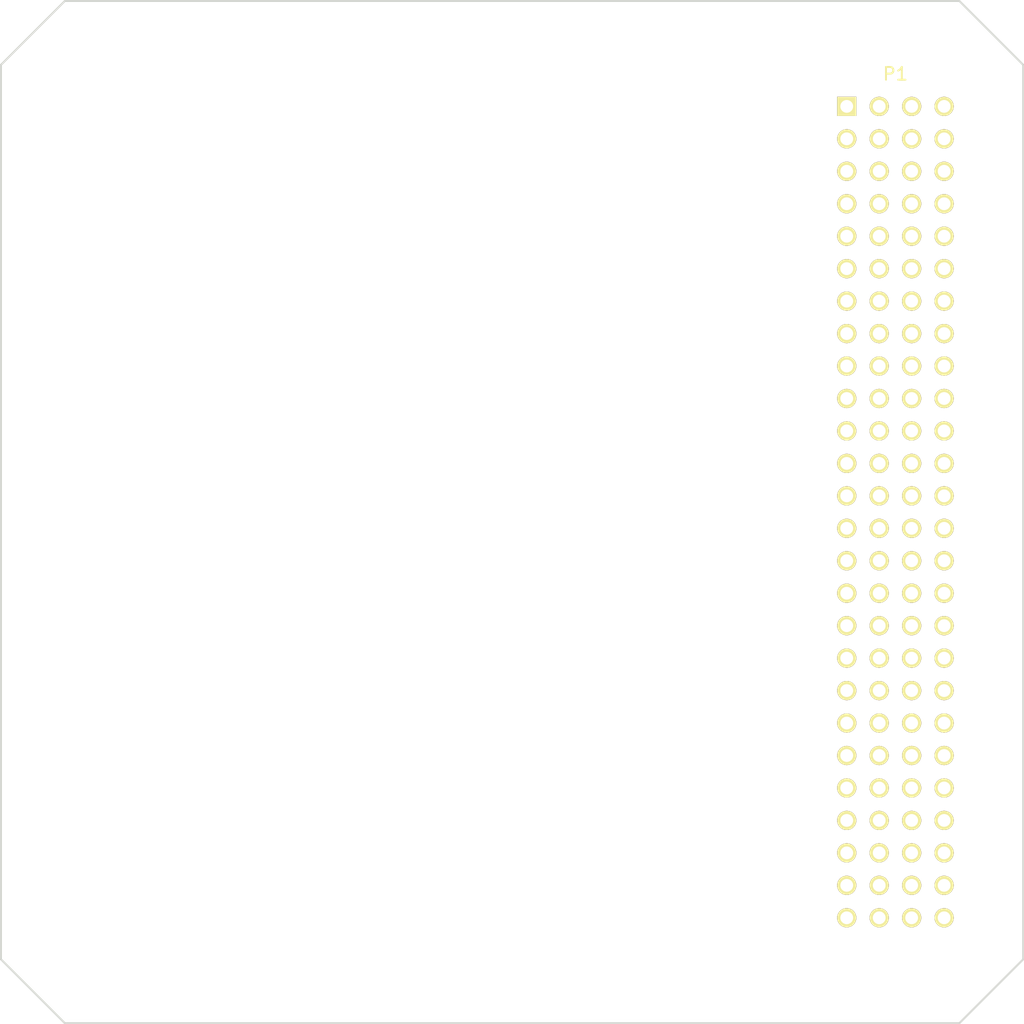
<source format=kicad_pcb>
(kicad_pcb (version 4) (host pcbnew 4.0.2-stable)

  (general
    (links 7)
    (no_connects 5)
    (area 49.924999 49.924999 130.075001 130.075001)
    (thickness 1.6)
    (drawings 8)
    (tracks 13)
    (zones 0)
    (modules 1)
    (nets 16)
  )

  (page A4)
  (layers
    (0 F.Cu signal)
    (1 GND signal)
    (2 Power signal)
    (31 B.Cu signal)
    (32 B.Adhes user)
    (33 F.Adhes user)
    (34 B.Paste user)
    (35 F.Paste user)
    (36 B.SilkS user)
    (37 F.SilkS user)
    (38 B.Mask user)
    (39 F.Mask user)
    (40 Dwgs.User user)
    (41 Cmts.User user)
    (42 Eco1.User user)
    (43 Eco2.User user)
    (44 Edge.Cuts user)
    (45 Margin user)
    (46 B.CrtYd user)
    (47 F.CrtYd user)
    (48 B.Fab user)
    (49 F.Fab user)
  )

  (setup
    (last_trace_width 0.25)
    (trace_clearance 0.2)
    (zone_clearance 0.508)
    (zone_45_only yes)
    (trace_min 0.204)
    (segment_width 0.2)
    (edge_width 0.15)
    (via_size 0.6)
    (via_drill 0.4)
    (via_min_size 0.4)
    (via_min_drill 0.3)
    (uvia_size 0.3)
    (uvia_drill 0.1)
    (uvias_allowed no)
    (uvia_min_size 0.2)
    (uvia_min_drill 0.1)
    (pcb_text_width 0.3)
    (pcb_text_size 1.5 1.5)
    (mod_edge_width 0.15)
    (mod_text_size 1 1)
    (mod_text_width 0.15)
    (pad_size 1.524 1.524)
    (pad_drill 0.762)
    (pad_to_mask_clearance 0.2)
    (aux_axis_origin 0 0)
    (grid_origin 50 50)
    (visible_elements FFFFFF7F)
    (pcbplotparams
      (layerselection 0x00030_80000001)
      (usegerberextensions false)
      (excludeedgelayer true)
      (linewidth 0.100000)
      (plotframeref false)
      (viasonmask false)
      (mode 1)
      (useauxorigin false)
      (hpglpennumber 1)
      (hpglpenspeed 20)
      (hpglpendiameter 15)
      (hpglpenoverlay 2)
      (psnegative false)
      (psa4output false)
      (plotreference true)
      (plotvalue true)
      (plotinvisibletext false)
      (padsonsilk false)
      (subtractmaskfromsilk false)
      (outputformat 1)
      (mirror false)
      (drillshape 1)
      (scaleselection 1)
      (outputdirectory ""))
  )

  (net 0 "")
  (net 1 +5V)
  (net 2 +3V3)
  (net 3 GND)
  (net 4 /VSYS)
  (net 5 /VCHRG)
  (net 6 /VSOLAR)
  (net 7 GNDA)
  (net 8 /VBAT8)
  (net 9 /VBAT4)
  (net 10 /VBAT7)
  (net 11 /VBAT3)
  (net 12 /VBAT6)
  (net 13 /VBAT2)
  (net 14 /VBAT5)
  (net 15 /VBAT1)

  (net_class Default "This is the default net class."
    (clearance 0.2)
    (trace_width 0.25)
    (via_dia 0.6)
    (via_drill 0.4)
    (uvia_dia 0.3)
    (uvia_drill 0.1)
  )

  (net_class Power ""
    (clearance 0.2)
    (trace_width 0.5)
    (via_dia 0.6)
    (via_drill 0.4)
    (uvia_dia 0.3)
    (uvia_drill 0.1)
    (add_net +3V3)
    (add_net +5V)
    (add_net /VBAT1)
    (add_net /VBAT2)
    (add_net /VBAT3)
    (add_net /VBAT4)
    (add_net /VBAT5)
    (add_net /VBAT6)
    (add_net /VBAT7)
    (add_net /VBAT8)
    (add_net /VCHRG)
    (add_net /VSOLAR)
    (add_net /VSYS)
    (add_net GND)
    (add_net GNDA)
  )

  (module PC104:PC104 (layer F.Cu) (tedit 56E4A578) (tstamp 56E4AB62)
    (at 120 90)
    (path /56E49DE7)
    (fp_text reference P1 (at 0 -34.29) (layer F.SilkS)
      (effects (font (size 1 1) (thickness 0.15)))
    )
    (fp_text value PC104 (at 0 33.914) (layer F.Fab)
      (effects (font (size 1 1) (thickness 0.15)))
    )
    (pad 1A thru_hole rect (at -3.81 -31.75) (size 1.5 1.5) (drill 1) (layers *.Cu *.Mask F.SilkS))
    (pad 1B thru_hole circle (at -1.27 -31.75) (size 1.5 1.5) (drill 1) (layers *.Cu *.Mask F.SilkS))
    (pad 2A thru_hole circle (at -3.81 -29.21) (size 1.5 1.5) (drill 1) (layers *.Cu *.Mask F.SilkS))
    (pad 2B thru_hole circle (at -1.27 -29.21) (size 1.5 1.5) (drill 1) (layers *.Cu *.Mask F.SilkS))
    (pad 3A thru_hole circle (at -3.81 -26.67) (size 1.5 1.5) (drill 1) (layers *.Cu *.Mask F.SilkS))
    (pad 3B thru_hole circle (at -1.27 -26.67) (size 1.5 1.5) (drill 1) (layers *.Cu *.Mask F.SilkS))
    (pad 4A thru_hole circle (at -3.81 -24.13) (size 1.5 1.5) (drill 1) (layers *.Cu *.Mask F.SilkS))
    (pad 4B thru_hole circle (at -1.27 -24.13) (size 1.5 1.5) (drill 1) (layers *.Cu *.Mask F.SilkS))
    (pad 5A thru_hole circle (at -3.81 -21.59) (size 1.5 1.5) (drill 1) (layers *.Cu *.Mask F.SilkS))
    (pad 5B thru_hole circle (at -1.27 -21.59) (size 1.5 1.5) (drill 1) (layers *.Cu *.Mask F.SilkS))
    (pad 6A thru_hole circle (at -3.81 -19.05) (size 1.5 1.5) (drill 1) (layers *.Cu *.Mask F.SilkS))
    (pad 6B thru_hole circle (at -1.27 -19.05) (size 1.5 1.5) (drill 1) (layers *.Cu *.Mask F.SilkS))
    (pad 7A thru_hole circle (at -3.81 -16.51) (size 1.5 1.5) (drill 1) (layers *.Cu *.Mask F.SilkS))
    (pad 7B thru_hole circle (at -1.27 -16.51) (size 1.5 1.5) (drill 1) (layers *.Cu *.Mask F.SilkS))
    (pad 8A thru_hole circle (at -3.81 -13.97) (size 1.5 1.5) (drill 1) (layers *.Cu *.Mask F.SilkS))
    (pad 8B thru_hole circle (at -1.27 -13.97) (size 1.5 1.5) (drill 1) (layers *.Cu *.Mask F.SilkS))
    (pad 9A thru_hole circle (at -3.81 -11.43) (size 1.5 1.5) (drill 1) (layers *.Cu *.Mask F.SilkS))
    (pad 9B thru_hole circle (at -1.27 -11.43) (size 1.5 1.5) (drill 1) (layers *.Cu *.Mask F.SilkS))
    (pad 10A thru_hole circle (at -3.81 -8.89) (size 1.5 1.5) (drill 1) (layers *.Cu *.Mask F.SilkS))
    (pad 10B thru_hole circle (at -1.27 -8.89) (size 1.5 1.5) (drill 1) (layers *.Cu *.Mask F.SilkS))
    (pad 11A thru_hole circle (at -3.81 -6.35) (size 1.5 1.5) (drill 1) (layers *.Cu *.Mask F.SilkS))
    (pad 11B thru_hole circle (at -1.27 -6.35) (size 1.5 1.5) (drill 1) (layers *.Cu *.Mask F.SilkS))
    (pad 12A thru_hole circle (at -3.81 -3.81) (size 1.5 1.5) (drill 1) (layers *.Cu *.Mask F.SilkS))
    (pad 12B thru_hole circle (at -1.27 -3.81) (size 1.5 1.5) (drill 1) (layers *.Cu *.Mask F.SilkS))
    (pad 13A thru_hole circle (at -3.81 -1.27) (size 1.5 1.5) (drill 1) (layers *.Cu *.Mask F.SilkS))
    (pad 13B thru_hole circle (at -1.27 -1.27) (size 1.5 1.5) (drill 1) (layers *.Cu *.Mask F.SilkS))
    (pad 14A thru_hole circle (at -3.81 1.27) (size 1.5 1.5) (drill 1) (layers *.Cu *.Mask F.SilkS))
    (pad 14B thru_hole circle (at -1.27 1.27) (size 1.5 1.5) (drill 1) (layers *.Cu *.Mask F.SilkS))
    (pad 15A thru_hole circle (at -3.81 3.81) (size 1.5 1.5) (drill 1) (layers *.Cu *.Mask F.SilkS))
    (pad 15B thru_hole circle (at -1.27 3.81) (size 1.5 1.5) (drill 1) (layers *.Cu *.Mask F.SilkS))
    (pad 16A thru_hole circle (at -3.81 6.35) (size 1.5 1.5) (drill 1) (layers *.Cu *.Mask F.SilkS))
    (pad 16B thru_hole circle (at -1.27 6.35) (size 1.5 1.5) (drill 1) (layers *.Cu *.Mask F.SilkS))
    (pad 17A thru_hole circle (at -3.81 8.89) (size 1.5 1.5) (drill 1) (layers *.Cu *.Mask F.SilkS))
    (pad 17B thru_hole circle (at -1.27 8.89) (size 1.5 1.5) (drill 1) (layers *.Cu *.Mask F.SilkS))
    (pad 18A thru_hole circle (at -3.81 11.43) (size 1.5 1.5) (drill 1) (layers *.Cu *.Mask F.SilkS))
    (pad 18B thru_hole circle (at -1.27 11.43) (size 1.5 1.5) (drill 1) (layers *.Cu *.Mask F.SilkS))
    (pad 19A thru_hole circle (at -3.81 13.97) (size 1.5 1.5) (drill 1) (layers *.Cu *.Mask F.SilkS))
    (pad 19B thru_hole circle (at -1.27 13.97) (size 1.5 1.5) (drill 1) (layers *.Cu *.Mask F.SilkS))
    (pad 20A thru_hole circle (at -3.81 16.51) (size 1.5 1.5) (drill 1) (layers *.Cu *.Mask F.SilkS))
    (pad 20B thru_hole circle (at -1.27 16.51) (size 1.5 1.5) (drill 1) (layers *.Cu *.Mask F.SilkS))
    (pad 21A thru_hole circle (at -3.81 19.05) (size 1.5 1.5) (drill 1) (layers *.Cu *.Mask F.SilkS))
    (pad 21B thru_hole circle (at -1.27 19.05) (size 1.5 1.5) (drill 1) (layers *.Cu *.Mask F.SilkS))
    (pad 22A thru_hole circle (at -3.81 21.59) (size 1.5 1.5) (drill 1) (layers *.Cu *.Mask F.SilkS))
    (pad 22B thru_hole circle (at -1.27 21.59) (size 1.5 1.5) (drill 1) (layers *.Cu *.Mask F.SilkS))
    (pad 23A thru_hole circle (at -3.81 24.13) (size 1.5 1.5) (drill 1) (layers *.Cu *.Mask F.SilkS))
    (pad 23B thru_hole circle (at -1.27 24.13) (size 1.5 1.5) (drill 1) (layers *.Cu *.Mask F.SilkS))
    (pad 24A thru_hole circle (at -3.81 26.67) (size 1.5 1.5) (drill 1) (layers *.Cu *.Mask F.SilkS))
    (pad 24B thru_hole circle (at -1.27 26.67) (size 1.5 1.5) (drill 1) (layers *.Cu *.Mask F.SilkS))
    (pad 25A thru_hole circle (at -3.81 29.21) (size 1.5 1.5) (drill 1) (layers *.Cu *.Mask F.SilkS))
    (pad 25B thru_hole circle (at -1.27 29.21) (size 1.5 1.5) (drill 1) (layers *.Cu *.Mask F.SilkS))
    (pad 26A thru_hole circle (at -3.81 31.75) (size 1.5 1.5) (drill 1) (layers *.Cu *.Mask F.SilkS))
    (pad 26B thru_hole circle (at -1.27 31.75) (size 1.5 1.5) (drill 1) (layers *.Cu *.Mask F.SilkS))
    (pad 1C thru_hole circle (at 1.27 -31.75) (size 1.5 1.5) (drill 1) (layers *.Cu *.Mask F.SilkS))
    (pad 1D thru_hole circle (at 3.81 -31.75) (size 1.5 1.5) (drill 1) (layers *.Cu *.Mask F.SilkS))
    (pad 2C thru_hole circle (at 1.27 -29.21) (size 1.5 1.5) (drill 1) (layers *.Cu *.Mask F.SilkS))
    (pad 2D thru_hole circle (at 3.81 -29.21) (size 1.5 1.5) (drill 1) (layers *.Cu *.Mask F.SilkS))
    (pad 3C thru_hole circle (at 1.27 -26.67) (size 1.5 1.5) (drill 1) (layers *.Cu *.Mask F.SilkS))
    (pad 3D thru_hole circle (at 3.81 -26.67) (size 1.5 1.5) (drill 1) (layers *.Cu *.Mask F.SilkS))
    (pad 4C thru_hole circle (at 1.27 -24.13) (size 1.5 1.5) (drill 1) (layers *.Cu *.Mask F.SilkS))
    (pad 4D thru_hole circle (at 3.81 -24.13) (size 1.5 1.5) (drill 1) (layers *.Cu *.Mask F.SilkS))
    (pad 5C thru_hole circle (at 1.27 -21.59) (size 1.5 1.5) (drill 1) (layers *.Cu *.Mask F.SilkS))
    (pad 5D thru_hole circle (at 3.81 -21.59) (size 1.5 1.5) (drill 1) (layers *.Cu *.Mask F.SilkS))
    (pad 6C thru_hole circle (at 1.27 -19.05) (size 1.5 1.5) (drill 1) (layers *.Cu *.Mask F.SilkS))
    (pad 6D thru_hole circle (at 3.81 -19.05) (size 1.5 1.5) (drill 1) (layers *.Cu *.Mask F.SilkS))
    (pad 7C thru_hole circle (at 1.27 -16.51) (size 1.5 1.5) (drill 1) (layers *.Cu *.Mask F.SilkS))
    (pad 7D thru_hole circle (at 3.81 -16.51) (size 1.5 1.5) (drill 1) (layers *.Cu *.Mask F.SilkS))
    (pad 8C thru_hole circle (at 1.27 -13.97) (size 1.5 1.5) (drill 1) (layers *.Cu *.Mask F.SilkS))
    (pad 8D thru_hole circle (at 3.81 -13.97) (size 1.5 1.5) (drill 1) (layers *.Cu *.Mask F.SilkS))
    (pad 9C thru_hole circle (at 1.27 -11.43) (size 1.5 1.5) (drill 1) (layers *.Cu *.Mask F.SilkS))
    (pad 9D thru_hole circle (at 3.81 -11.43) (size 1.5 1.5) (drill 1) (layers *.Cu *.Mask F.SilkS))
    (pad 10C thru_hole circle (at 1.27 -8.89) (size 1.5 1.5) (drill 1) (layers *.Cu *.Mask F.SilkS))
    (pad 10D thru_hole circle (at 3.81 -8.89) (size 1.5 1.5) (drill 1) (layers *.Cu *.Mask F.SilkS))
    (pad 11C thru_hole circle (at 1.27 -6.35) (size 1.5 1.5) (drill 1) (layers *.Cu *.Mask F.SilkS))
    (pad 11D thru_hole circle (at 3.81 -6.35) (size 1.5 1.5) (drill 1) (layers *.Cu *.Mask F.SilkS))
    (pad 12C thru_hole circle (at 1.27 -3.81) (size 1.5 1.5) (drill 1) (layers *.Cu *.Mask F.SilkS))
    (pad 12D thru_hole circle (at 3.81 -3.81) (size 1.5 1.5) (drill 1) (layers *.Cu *.Mask F.SilkS))
    (pad 13C thru_hole circle (at 1.27 -1.27) (size 1.5 1.5) (drill 1) (layers *.Cu *.Mask F.SilkS)
      (net 1 +5V))
    (pad 13D thru_hole circle (at 3.81 -1.27) (size 1.5 1.5) (drill 1) (layers *.Cu *.Mask F.SilkS)
      (net 1 +5V))
    (pad 14C thru_hole circle (at 1.27 1.27) (size 1.5 1.5) (drill 1) (layers *.Cu *.Mask F.SilkS)
      (net 2 +3V3))
    (pad 14D thru_hole circle (at 3.81 1.27) (size 1.5 1.5) (drill 1) (layers *.Cu *.Mask F.SilkS)
      (net 2 +3V3))
    (pad 15C thru_hole circle (at 1.27 3.81) (size 1.5 1.5) (drill 1) (layers *.Cu *.Mask F.SilkS)
      (net 3 GND))
    (pad 15D thru_hole circle (at 3.81 3.81) (size 1.5 1.5) (drill 1) (layers *.Cu *.Mask F.SilkS)
      (net 3 GND))
    (pad 16C thru_hole circle (at 1.27 6.35) (size 1.5 1.5) (drill 1) (layers *.Cu *.Mask F.SilkS)
      (net 7 GNDA))
    (pad 16D thru_hole circle (at 3.81 6.35) (size 1.5 1.5) (drill 1) (layers *.Cu *.Mask F.SilkS)
      (net 3 GND))
    (pad 17C thru_hole circle (at 1.27 8.89) (size 1.5 1.5) (drill 1) (layers *.Cu *.Mask F.SilkS)
      (net 4 /VSYS))
    (pad 17D thru_hole circle (at 3.81 8.89) (size 1.5 1.5) (drill 1) (layers *.Cu *.Mask F.SilkS)
      (net 4 /VSYS))
    (pad 18C thru_hole circle (at 1.27 11.43) (size 1.5 1.5) (drill 1) (layers *.Cu *.Mask F.SilkS)
      (net 5 /VCHRG))
    (pad 18D thru_hole circle (at 3.81 11.43) (size 1.5 1.5) (drill 1) (layers *.Cu *.Mask F.SilkS)
      (net 5 /VCHRG))
    (pad 19C thru_hole circle (at 1.27 13.97) (size 1.5 1.5) (drill 1) (layers *.Cu *.Mask F.SilkS)
      (net 6 /VSOLAR))
    (pad 19D thru_hole circle (at 3.81 13.97) (size 1.5 1.5) (drill 1) (layers *.Cu *.Mask F.SilkS)
      (net 6 /VSOLAR))
    (pad 20C thru_hole circle (at 1.27 16.51) (size 1.5 1.5) (drill 1) (layers *.Cu *.Mask F.SilkS)
      (net 8 /VBAT8))
    (pad 20D thru_hole circle (at 3.81 16.51) (size 1.5 1.5) (drill 1) (layers *.Cu *.Mask F.SilkS)
      (net 9 /VBAT4))
    (pad 21C thru_hole circle (at 1.27 19.05) (size 1.5 1.5) (drill 1) (layers *.Cu *.Mask F.SilkS)
      (net 10 /VBAT7))
    (pad 21D thru_hole circle (at 3.81 19.05) (size 1.5 1.5) (drill 1) (layers *.Cu *.Mask F.SilkS)
      (net 11 /VBAT3))
    (pad 22C thru_hole circle (at 1.27 21.59) (size 1.5 1.5) (drill 1) (layers *.Cu *.Mask F.SilkS)
      (net 12 /VBAT6))
    (pad 22D thru_hole circle (at 3.81 21.59) (size 1.5 1.5) (drill 1) (layers *.Cu *.Mask F.SilkS)
      (net 13 /VBAT2))
    (pad 23C thru_hole circle (at 1.27 24.13) (size 1.5 1.5) (drill 1) (layers *.Cu *.Mask F.SilkS)
      (net 14 /VBAT5))
    (pad 23D thru_hole circle (at 3.81 24.13) (size 1.5 1.5) (drill 1) (layers *.Cu *.Mask F.SilkS)
      (net 15 /VBAT1))
    (pad 24C thru_hole circle (at 1.27 26.67) (size 1.5 1.5) (drill 1) (layers *.Cu *.Mask F.SilkS))
    (pad 24D thru_hole circle (at 3.81 26.67) (size 1.5 1.5) (drill 1) (layers *.Cu *.Mask F.SilkS))
    (pad 25C thru_hole circle (at 1.27 29.21) (size 1.5 1.5) (drill 1) (layers *.Cu *.Mask F.SilkS))
    (pad 25D thru_hole circle (at 3.81 29.21) (size 1.5 1.5) (drill 1) (layers *.Cu *.Mask F.SilkS))
    (pad 26C thru_hole circle (at 1.27 31.75) (size 1.5 1.5) (drill 1) (layers *.Cu *.Mask F.SilkS))
    (pad 26D thru_hole circle (at 3.81 31.75) (size 1.5 1.5) (drill 1) (layers *.Cu *.Mask F.SilkS))
  )

  (gr_line (start 50 55) (end 55 50) (layer Edge.Cuts) (width 0.15))
  (gr_line (start 50 125) (end 50 55) (layer Edge.Cuts) (width 0.15))
  (gr_line (start 55 130) (end 50 125) (layer Edge.Cuts) (width 0.15))
  (gr_line (start 125 130) (end 55 130) (layer Edge.Cuts) (width 0.15))
  (gr_line (start 130 125) (end 125 130) (layer Edge.Cuts) (width 0.15))
  (gr_line (start 130 55) (end 130 125) (layer Edge.Cuts) (width 0.15))
  (gr_line (start 125 50) (end 130 55) (layer Edge.Cuts) (width 0.15))
  (gr_line (start 55 50) (end 125 50) (layer Edge.Cuts) (width 0.15))

  (segment (start 123.81 88.73) (end 121.27 88.73) (width 0.5) (layer Power) (net 1))
  (segment (start 123.81 91.27) (end 121.27 91.27) (width 0.5) (layer Power) (net 2))
  (segment (start 120.069999 95.010001) (end 120.144998 95.085) (width 0.5) (layer GND) (net 3))
  (segment (start 120.069999 95.010001) (end 119.995 95.085) (width 0.5) (layer GND) (net 3))
  (segment (start 119.995 95.085) (end 114.135 95.085) (width 0.5) (layer GND) (net 3))
  (segment (start 120.005 92.545) (end 114.135 92.545) (width 0.5) (layer GND) (net 3))
  (segment (start 121.27 93.81) (end 120.005 92.545) (width 0.5) (layer GND) (net 3))
  (segment (start 121.27 93.81) (end 120.069999 95.010001) (width 0.5) (layer GND) (net 3))
  (segment (start 123.81 98.89) (end 121.27 98.89) (width 0.5) (layer Power) (net 4))
  (segment (start 123.81 101.43) (end 121.27 101.43) (width 0.5) (layer Power) (net 5))
  (segment (start 123.81 103.97) (end 121.27 103.97) (width 0.5) (layer Power) (net 6))
  (segment (start 121.27 96.35) (end 119.995 97.625) (width 0.5) (layer GND) (net 7))
  (segment (start 119.995 97.625) (end 114.135 97.625) (width 0.5) (layer GND) (net 7))

  (zone (net 3) (net_name GND) (layer GND) (tstamp 0) (hatch edge 0.508)
    (connect_pads (clearance 0.508))
    (min_thickness 0.254)
    (fill yes (arc_segments 16) (thermal_gap 0.508) (thermal_bridge_width 0.508))
    (polygon
      (pts
        (xy 55 50) (xy 125 50) (xy 130 55) (xy 130 125) (xy 125 130)
        (xy 55 130) (xy 50 125) (xy 50 55)
      )
    )
    (filled_polygon
      (pts
        (xy 129.29 55.294092) (xy 129.29 124.705908) (xy 124.705908 129.29) (xy 55.294092 129.29) (xy 50.71 124.705908)
        (xy 50.71 97.625) (xy 113.25 97.625) (xy 113.317367 97.963675) (xy 113.50921 98.25079) (xy 113.796325 98.442633)
        (xy 114.135 98.51) (xy 114.848134 98.51) (xy 114.805241 98.613298) (xy 114.80476 99.164285) (xy 115.015169 99.673515)
        (xy 115.404436 100.063461) (xy 115.63687 100.159976) (xy 115.406485 100.255169) (xy 115.016539 100.644436) (xy 114.805241 101.153298)
        (xy 114.80476 101.704285) (xy 115.015169 102.213515) (xy 115.404436 102.603461) (xy 115.63687 102.699976) (xy 115.406485 102.795169)
        (xy 115.016539 103.184436) (xy 114.805241 103.693298) (xy 114.80476 104.244285) (xy 115.015169 104.753515) (xy 115.404436 105.143461)
        (xy 115.63687 105.239976) (xy 115.406485 105.335169) (xy 115.016539 105.724436) (xy 114.805241 106.233298) (xy 114.80476 106.784285)
        (xy 115.015169 107.293515) (xy 115.404436 107.683461) (xy 115.63687 107.779976) (xy 115.406485 107.875169) (xy 115.016539 108.264436)
        (xy 114.805241 108.773298) (xy 114.80476 109.324285) (xy 115.015169 109.833515) (xy 115.404436 110.223461) (xy 115.63687 110.319976)
        (xy 115.406485 110.415169) (xy 115.016539 110.804436) (xy 114.805241 111.313298) (xy 114.80476 111.864285) (xy 115.015169 112.373515)
        (xy 115.404436 112.763461) (xy 115.63687 112.859976) (xy 115.406485 112.955169) (xy 115.016539 113.344436) (xy 114.805241 113.853298)
        (xy 114.80476 114.404285) (xy 115.015169 114.913515) (xy 115.404436 115.303461) (xy 115.63687 115.399976) (xy 115.406485 115.495169)
        (xy 115.016539 115.884436) (xy 114.805241 116.393298) (xy 114.80476 116.944285) (xy 115.015169 117.453515) (xy 115.404436 117.843461)
        (xy 115.63687 117.939976) (xy 115.406485 118.035169) (xy 115.016539 118.424436) (xy 114.805241 118.933298) (xy 114.80476 119.484285)
        (xy 115.015169 119.993515) (xy 115.404436 120.383461) (xy 115.63687 120.479976) (xy 115.406485 120.575169) (xy 115.016539 120.964436)
        (xy 114.805241 121.473298) (xy 114.80476 122.024285) (xy 115.015169 122.533515) (xy 115.404436 122.923461) (xy 115.913298 123.134759)
        (xy 116.464285 123.13524) (xy 116.973515 122.924831) (xy 117.363461 122.535564) (xy 117.459976 122.30313) (xy 117.555169 122.533515)
        (xy 117.944436 122.923461) (xy 118.453298 123.134759) (xy 119.004285 123.13524) (xy 119.513515 122.924831) (xy 119.903461 122.535564)
        (xy 119.999976 122.30313) (xy 120.095169 122.533515) (xy 120.484436 122.923461) (xy 120.993298 123.134759) (xy 121.544285 123.13524)
        (xy 122.053515 122.924831) (xy 122.443461 122.535564) (xy 122.539976 122.30313) (xy 122.635169 122.533515) (xy 123.024436 122.923461)
        (xy 123.533298 123.134759) (xy 124.084285 123.13524) (xy 124.593515 122.924831) (xy 124.983461 122.535564) (xy 125.194759 122.026702)
        (xy 125.19524 121.475715) (xy 124.984831 120.966485) (xy 124.595564 120.576539) (xy 124.36313 120.480024) (xy 124.593515 120.384831)
        (xy 124.983461 119.995564) (xy 125.194759 119.486702) (xy 125.19524 118.935715) (xy 124.984831 118.426485) (xy 124.595564 118.036539)
        (xy 124.36313 117.940024) (xy 124.593515 117.844831) (xy 124.983461 117.455564) (xy 125.194759 116.946702) (xy 125.19524 116.395715)
        (xy 124.984831 115.886485) (xy 124.595564 115.496539) (xy 124.36313 115.400024) (xy 124.593515 115.304831) (xy 124.983461 114.915564)
        (xy 125.194759 114.406702) (xy 125.19524 113.855715) (xy 124.984831 113.346485) (xy 124.595564 112.956539) (xy 124.36313 112.860024)
        (xy 124.593515 112.764831) (xy 124.983461 112.375564) (xy 125.194759 111.866702) (xy 125.19524 111.315715) (xy 124.984831 110.806485)
        (xy 124.595564 110.416539) (xy 124.36313 110.320024) (xy 124.593515 110.224831) (xy 124.983461 109.835564) (xy 125.194759 109.326702)
        (xy 125.19524 108.775715) (xy 124.984831 108.266485) (xy 124.595564 107.876539) (xy 124.36313 107.780024) (xy 124.593515 107.684831)
        (xy 124.983461 107.295564) (xy 125.194759 106.786702) (xy 125.19524 106.235715) (xy 124.984831 105.726485) (xy 124.595564 105.336539)
        (xy 124.36313 105.240024) (xy 124.593515 105.144831) (xy 124.983461 104.755564) (xy 125.194759 104.246702) (xy 125.19524 103.695715)
        (xy 124.984831 103.186485) (xy 124.595564 102.796539) (xy 124.36313 102.700024) (xy 124.593515 102.604831) (xy 124.983461 102.215564)
        (xy 125.194759 101.706702) (xy 125.19524 101.155715) (xy 124.984831 100.646485) (xy 124.595564 100.256539) (xy 124.36313 100.160024)
        (xy 124.593515 100.064831) (xy 124.983461 99.675564) (xy 125.194759 99.166702) (xy 125.19524 98.615715) (xy 124.984831 98.106485)
        (xy 124.595564 97.716539) (xy 124.379021 97.626623) (xy 124.533923 97.56246) (xy 124.601912 97.321517) (xy 123.81 96.529605)
        (xy 123.018088 97.321517) (xy 123.086077 97.56246) (xy 123.252621 97.621732) (xy 123.026485 97.715169) (xy 122.636539 98.104436)
        (xy 122.540024 98.33687) (xy 122.444831 98.106485) (xy 122.055564 97.716539) (xy 121.82313 97.620024) (xy 122.053515 97.524831)
        (xy 122.443461 97.135564) (xy 122.533377 96.919021) (xy 122.59754 97.073923) (xy 122.838483 97.141912) (xy 123.630395 96.35)
        (xy 123.989605 96.35) (xy 124.781517 97.141912) (xy 125.02246 97.073923) (xy 125.207201 96.554829) (xy 125.17923 96.004552)
        (xy 125.02246 95.626077) (xy 124.781517 95.558088) (xy 123.989605 96.35) (xy 123.630395 96.35) (xy 122.838483 95.558088)
        (xy 122.59754 95.626077) (xy 122.538268 95.792621) (xy 122.444831 95.566485) (xy 122.055564 95.176539) (xy 121.839021 95.086623)
        (xy 121.993923 95.02246) (xy 122.061912 94.781517) (xy 123.018088 94.781517) (xy 123.086077 95.02246) (xy 123.235511 95.075642)
        (xy 123.086077 95.13754) (xy 123.018088 95.378483) (xy 123.81 96.170395) (xy 124.601912 95.378483) (xy 124.533923 95.13754)
        (xy 124.384489 95.084358) (xy 124.533923 95.02246) (xy 124.601912 94.781517) (xy 123.81 93.989605) (xy 123.018088 94.781517)
        (xy 122.061912 94.781517) (xy 121.27 93.989605) (xy 120.478088 94.781517) (xy 120.546077 95.02246) (xy 120.712621 95.081732)
        (xy 120.486485 95.175169) (xy 120.096539 95.564436) (xy 120.000024 95.79687) (xy 119.904831 95.566485) (xy 119.515564 95.176539)
        (xy 119.28313 95.080024) (xy 119.513515 94.984831) (xy 119.903461 94.595564) (xy 119.993377 94.379021) (xy 120.05754 94.533923)
        (xy 120.298483 94.601912) (xy 121.090395 93.81) (xy 121.449605 93.81) (xy 122.241517 94.601912) (xy 122.48246 94.533923)
        (xy 122.535642 94.384489) (xy 122.59754 94.533923) (xy 122.838483 94.601912) (xy 123.630395 93.81) (xy 123.989605 93.81)
        (xy 124.781517 94.601912) (xy 125.02246 94.533923) (xy 125.207201 94.014829) (xy 125.17923 93.464552) (xy 125.02246 93.086077)
        (xy 124.781517 93.018088) (xy 123.989605 93.81) (xy 123.630395 93.81) (xy 122.838483 93.018088) (xy 122.59754 93.086077)
        (xy 122.544358 93.235511) (xy 122.48246 93.086077) (xy 122.241517 93.018088) (xy 121.449605 93.81) (xy 121.090395 93.81)
        (xy 120.298483 93.018088) (xy 120.05754 93.086077) (xy 119.998268 93.252621) (xy 119.904831 93.026485) (xy 119.515564 92.636539)
        (xy 119.28313 92.540024) (xy 119.513515 92.444831) (xy 119.903461 92.055564) (xy 119.999976 91.82313) (xy 120.095169 92.053515)
        (xy 120.484436 92.443461) (xy 120.700979 92.533377) (xy 120.546077 92.59754) (xy 120.478088 92.838483) (xy 121.27 93.630395)
        (xy 122.061912 92.838483) (xy 121.993923 92.59754) (xy 121.827379 92.538268) (xy 122.053515 92.444831) (xy 122.443461 92.055564)
        (xy 122.539976 91.82313) (xy 122.635169 92.053515) (xy 123.024436 92.443461) (xy 123.240979 92.533377) (xy 123.086077 92.59754)
        (xy 123.018088 92.838483) (xy 123.81 93.630395) (xy 124.601912 92.838483) (xy 124.533923 92.59754) (xy 124.367379 92.538268)
        (xy 124.593515 92.444831) (xy 124.983461 92.055564) (xy 125.194759 91.546702) (xy 125.19524 90.995715) (xy 124.984831 90.486485)
        (xy 124.595564 90.096539) (xy 124.36313 90.000024) (xy 124.593515 89.904831) (xy 124.983461 89.515564) (xy 125.194759 89.006702)
        (xy 125.19524 88.455715) (xy 124.984831 87.946485) (xy 124.595564 87.556539) (xy 124.36313 87.460024) (xy 124.593515 87.364831)
        (xy 124.983461 86.975564) (xy 125.194759 86.466702) (xy 125.19524 85.915715) (xy 124.984831 85.406485) (xy 124.595564 85.016539)
        (xy 124.36313 84.920024) (xy 124.593515 84.824831) (xy 124.983461 84.435564) (xy 125.194759 83.926702) (xy 125.19524 83.375715)
        (xy 124.984831 82.866485) (xy 124.595564 82.476539) (xy 124.36313 82.380024) (xy 124.593515 82.284831) (xy 124.983461 81.895564)
        (xy 125.194759 81.386702) (xy 125.19524 80.835715) (xy 124.984831 80.326485) (xy 124.595564 79.936539) (xy 124.36313 79.840024)
        (xy 124.593515 79.744831) (xy 124.983461 79.355564) (xy 125.194759 78.846702) (xy 125.19524 78.295715) (xy 124.984831 77.786485)
        (xy 124.595564 77.396539) (xy 124.36313 77.300024) (xy 124.593515 77.204831) (xy 124.983461 76.815564) (xy 125.194759 76.306702)
        (xy 125.19524 75.755715) (xy 124.984831 75.246485) (xy 124.595564 74.856539) (xy 124.36313 74.760024) (xy 124.593515 74.664831)
        (xy 124.983461 74.275564) (xy 125.194759 73.766702) (xy 125.19524 73.215715) (xy 124.984831 72.706485) (xy 124.595564 72.316539)
        (xy 124.36313 72.220024) (xy 124.593515 72.124831) (xy 124.983461 71.735564) (xy 125.194759 71.226702) (xy 125.19524 70.675715)
        (xy 124.984831 70.166485) (xy 124.595564 69.776539) (xy 124.36313 69.680024) (xy 124.593515 69.584831) (xy 124.983461 69.195564)
        (xy 125.194759 68.686702) (xy 125.19524 68.135715) (xy 124.984831 67.626485) (xy 124.595564 67.236539) (xy 124.36313 67.140024)
        (xy 124.593515 67.044831) (xy 124.983461 66.655564) (xy 125.194759 66.146702) (xy 125.19524 65.595715) (xy 124.984831 65.086485)
        (xy 124.595564 64.696539) (xy 124.36313 64.600024) (xy 124.593515 64.504831) (xy 124.983461 64.115564) (xy 125.194759 63.606702)
        (xy 125.19524 63.055715) (xy 124.984831 62.546485) (xy 124.595564 62.156539) (xy 124.36313 62.060024) (xy 124.593515 61.964831)
        (xy 124.983461 61.575564) (xy 125.194759 61.066702) (xy 125.19524 60.515715) (xy 124.984831 60.006485) (xy 124.595564 59.616539)
        (xy 124.36313 59.520024) (xy 124.593515 59.424831) (xy 124.983461 59.035564) (xy 125.194759 58.526702) (xy 125.19524 57.975715)
        (xy 124.984831 57.466485) (xy 124.595564 57.076539) (xy 124.086702 56.865241) (xy 123.535715 56.86476) (xy 123.026485 57.075169)
        (xy 122.636539 57.464436) (xy 122.540024 57.69687) (xy 122.444831 57.466485) (xy 122.055564 57.076539) (xy 121.546702 56.865241)
        (xy 120.995715 56.86476) (xy 120.486485 57.075169) (xy 120.096539 57.464436) (xy 120.000024 57.69687) (xy 119.904831 57.466485)
        (xy 119.515564 57.076539) (xy 119.006702 56.865241) (xy 118.455715 56.86476) (xy 117.946485 57.075169) (xy 117.57692 57.444091)
        (xy 117.543162 57.264683) (xy 117.40409 57.048559) (xy 117.19189 56.903569) (xy 116.94 56.85256) (xy 115.44 56.85256)
        (xy 115.204683 56.896838) (xy 114.988559 57.03591) (xy 114.843569 57.24811) (xy 114.79256 57.5) (xy 114.79256 59)
        (xy 114.836838 59.235317) (xy 114.97591 59.451441) (xy 115.18811 59.596431) (xy 115.385262 59.636355) (xy 115.016539 60.004436)
        (xy 114.805241 60.513298) (xy 114.80476 61.064285) (xy 115.015169 61.573515) (xy 115.404436 61.963461) (xy 115.63687 62.059976)
        (xy 115.406485 62.155169) (xy 115.016539 62.544436) (xy 114.805241 63.053298) (xy 114.80476 63.604285) (xy 115.015169 64.113515)
        (xy 115.404436 64.503461) (xy 115.63687 64.599976) (xy 115.406485 64.695169) (xy 115.016539 65.084436) (xy 114.805241 65.593298)
        (xy 114.80476 66.144285) (xy 115.015169 66.653515) (xy 115.404436 67.043461) (xy 115.63687 67.139976) (xy 115.406485 67.235169)
        (xy 115.016539 67.624436) (xy 114.805241 68.133298) (xy 114.80476 68.684285) (xy 115.015169 69.193515) (xy 115.404436 69.583461)
        (xy 115.63687 69.679976) (xy 115.406485 69.775169) (xy 115.016539 70.164436) (xy 114.805241 70.673298) (xy 114.80476 71.224285)
        (xy 115.015169 71.733515) (xy 115.404436 72.123461) (xy 115.63687 72.219976) (xy 115.406485 72.315169) (xy 115.016539 72.704436)
        (xy 114.805241 73.213298) (xy 114.80476 73.764285) (xy 115.015169 74.273515) (xy 115.404436 74.663461) (xy 115.63687 74.759976)
        (xy 115.406485 74.855169) (xy 115.016539 75.244436) (xy 114.805241 75.753298) (xy 114.80476 76.304285) (xy 115.015169 76.813515)
        (xy 115.404436 77.203461) (xy 115.63687 77.299976) (xy 115.406485 77.395169) (xy 115.016539 77.784436) (xy 114.805241 78.293298)
        (xy 114.80476 78.844285) (xy 115.015169 79.353515) (xy 115.404436 79.743461) (xy 115.63687 79.839976) (xy 115.406485 79.935169)
        (xy 115.016539 80.324436) (xy 114.805241 80.833298) (xy 114.80476 81.384285) (xy 115.015169 81.893515) (xy 115.404436 82.283461)
        (xy 115.63687 82.379976) (xy 115.406485 82.475169) (xy 115.016539 82.864436) (xy 114.805241 83.373298) (xy 114.80476 83.924285)
        (xy 115.015169 84.433515) (xy 115.404436 84.823461) (xy 115.63687 84.919976) (xy 115.406485 85.015169) (xy 115.016539 85.404436)
        (xy 114.805241 85.913298) (xy 114.80476 86.464285) (xy 115.015169 86.973515) (xy 115.404436 87.363461) (xy 115.63687 87.459976)
        (xy 115.406485 87.555169) (xy 115.016539 87.944436) (xy 114.805241 88.453298) (xy 114.80476 89.004285) (xy 115.015169 89.513515)
        (xy 115.404436 89.903461) (xy 115.63687 89.999976) (xy 115.406485 90.095169) (xy 115.016539 90.484436) (xy 114.805241 90.993298)
        (xy 114.80476 91.544285) (xy 115.015169 92.053515) (xy 115.404436 92.443461) (xy 115.63687 92.539976) (xy 115.406485 92.635169)
        (xy 115.016539 93.024436) (xy 114.805241 93.533298) (xy 114.80476 94.084285) (xy 115.015169 94.593515) (xy 115.404436 94.983461)
        (xy 115.63687 95.079976) (xy 115.406485 95.175169) (xy 115.016539 95.564436) (xy 114.805241 96.073298) (xy 114.80476 96.624285)
        (xy 114.852572 96.74) (xy 114.135 96.74) (xy 113.796325 96.807367) (xy 113.50921 96.99921) (xy 113.317367 97.286325)
        (xy 113.25 97.625) (xy 50.71 97.625) (xy 50.71 55.294092) (xy 55.294092 50.71) (xy 124.705908 50.71)
      )
    )
  )
  (zone (net 0) (net_name "") (layer F.Cu) (tstamp 0) (hatch edge 0.508)
    (connect_pads (clearance 0.508))
    (min_thickness 0.254)
    (keepout (tracks not_allowed) (vias not_allowed) (copperpour allowed))
    (fill (arc_segments 16) (thermal_gap 0.508) (thermal_bridge_width 0.508))
    (polygon
      (pts
        (xy 130 117.5) (xy 117.5 130) (xy 125 130) (xy 130 125)
      )
    )
  )
  (zone (net 0) (net_name "") (layer B.Cu) (tstamp 0) (hatch edge 0.508)
    (connect_pads (clearance 0.508))
    (min_thickness 0.254)
    (keepout (tracks not_allowed) (vias not_allowed) (copperpour allowed))
    (fill (arc_segments 16) (thermal_gap 0.508) (thermal_bridge_width 0.508))
    (polygon
      (pts
        (xy 117.5 50) (xy 130 62.5) (xy 130 55) (xy 125 50)
      )
    )
  )
  (zone (net 0) (net_name "") (layer B.Cu) (tstamp 0) (hatch edge 0.508)
    (connect_pads (clearance 0.508))
    (min_thickness 0.254)
    (keepout (tracks not_allowed) (vias not_allowed) (copperpour allowed))
    (fill (arc_segments 16) (thermal_gap 0.508) (thermal_bridge_width 0.508))
    (polygon
      (pts
        (xy 50 62.5) (xy 50 55) (xy 55 50) (xy 62.5 50)
      )
    )
  )
  (zone (net 0) (net_name "") (layer B.Cu) (tstamp 0) (hatch edge 0.508)
    (connect_pads (clearance 0.508))
    (min_thickness 0.254)
    (keepout (tracks not_allowed) (vias not_allowed) (copperpour allowed))
    (fill (arc_segments 16) (thermal_gap 0.508) (thermal_bridge_width 0.508))
    (polygon
      (pts
        (xy 50 125) (xy 50 117.5) (xy 62.5 130) (xy 55 130)
      )
    )
  )
  (zone (net 0) (net_name "") (layer F.Cu) (tstamp 56E4ACCD) (hatch edge 0.508)
    (connect_pads (clearance 0.508))
    (min_thickness 0.254)
    (keepout (tracks not_allowed) (vias not_allowed) (copperpour allowed))
    (fill (arc_segments 16) (thermal_gap 0.508) (thermal_bridge_width 0.508))
    (polygon
      (pts
        (xy 117.5 50) (xy 130 62.5) (xy 130 55) (xy 125 50)
      )
    )
  )
  (zone (net 0) (net_name "") (layer F.Cu) (tstamp 56E4ACD6) (hatch edge 0.508)
    (connect_pads (clearance 0.508))
    (min_thickness 0.254)
    (keepout (tracks not_allowed) (vias not_allowed) (copperpour allowed))
    (fill (arc_segments 16) (thermal_gap 0.508) (thermal_bridge_width 0.508))
    (polygon
      (pts
        (xy 50 62.5) (xy 50 55) (xy 55 50) (xy 62.5 50)
      )
    )
  )
  (zone (net 0) (net_name "") (layer B.Cu) (tstamp 56E4AD03) (hatch edge 0.508)
    (connect_pads (clearance 0.508))
    (min_thickness 0.254)
    (keepout (tracks not_allowed) (vias not_allowed) (copperpour allowed))
    (fill (arc_segments 16) (thermal_gap 0.508) (thermal_bridge_width 0.508))
    (polygon
      (pts
        (xy 130 117.5) (xy 117.5 130) (xy 125 130) (xy 130 125)
      )
    )
  )
  (zone (net 0) (net_name "") (layer F.Cu) (tstamp 56E4AD16) (hatch edge 0.508)
    (connect_pads (clearance 0.508))
    (min_thickness 0.254)
    (keepout (tracks not_allowed) (vias not_allowed) (copperpour allowed))
    (fill (arc_segments 16) (thermal_gap 0.508) (thermal_bridge_width 0.508))
    (polygon
      (pts
        (xy 50 125) (xy 50 117.5) (xy 62.5 130) (xy 55 130)
      )
    )
  )
)

</source>
